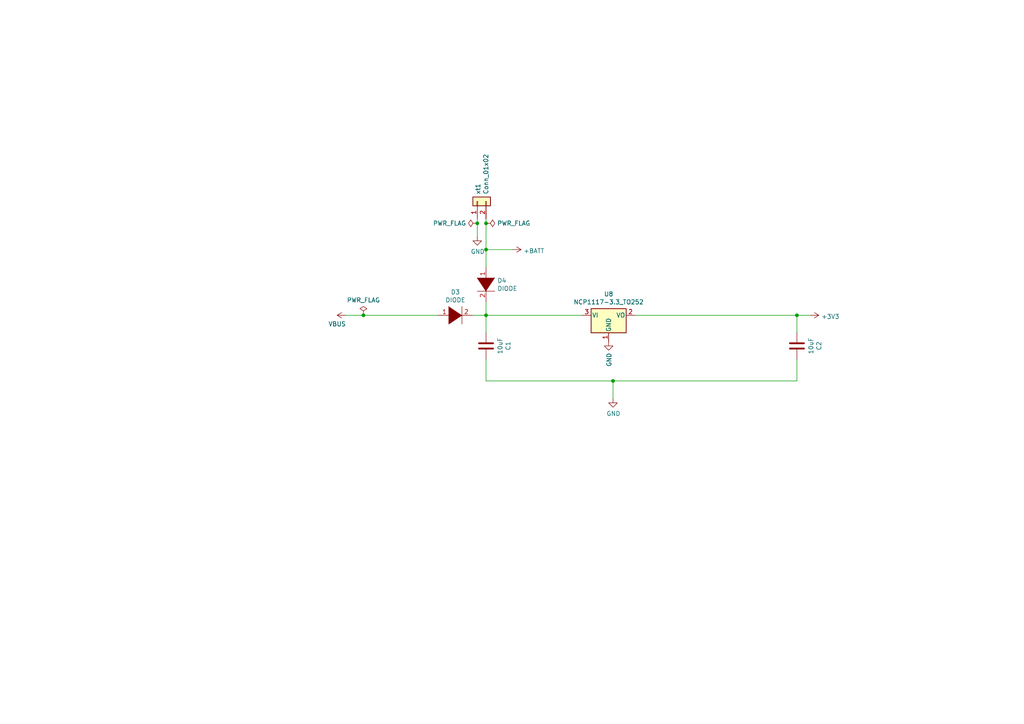
<source format=kicad_sch>
(kicad_sch (version 20211123) (generator eeschema)
  (paper "A4")
  (title_block (date "2020-07-12") (rev "1"))
  (lib_symbols
    (symbol "Connector_Generic:Conn_01x02" (pin_names (offset 1.016) hide)
      (property "Reference" "J" (at 0 2.54 0))
      (property "Value" "Connector_Generic_Conn_01x02" (at 0 -5.08 0))
      (symbol "Conn_01x02_1_1"
        (rectangle (start -1.27 -2.413) (end 0 -2.667) (stroke (width 0.1524)))
        (rectangle (start -1.27 0.127) (end 0 -0.127) (stroke (width 0.1524)))
        (rectangle (start -1.27 1.27) (end 1.27 -3.81) (stroke (width 0.254)) (fill (type background)))
        (pin passive line (at -5.08 0 0) (length 3.81) (name "Pin_1") (number "1"))
        (pin passive line (at -5.08 -2.54 0) (length 3.81) (name "Pin_2") (number "2"))
      )
    )
    (symbol "Device:C" (pin_numbers hide) (pin_names (offset 0.254))
      (property "Reference" "C" (at 0.635 2.54 0))
      (property "Value" "Device_C" (at 0.635 -2.54 0))
      (symbol "C_0_1"
        (polyline (pts (xy -2.032 -0.762) (xy 2.032 -0.762)) (stroke (width 0.508)))
        (polyline (pts (xy -2.032 0.762) (xy 2.032 0.762)) (stroke (width 0.508)))
      )
      (symbol "C_1_1"
        (pin passive line (at 0 3.81 270) (length 2.794) (name "~") (number "1"))
        (pin passive line (at 0 -3.81 90) (length 2.794) (name "~") (number "2"))
      )
    )
    (symbol "Regulator_Linear:NCP1117-3.3_TO252" (pin_names (offset 0.254))
      (property "Reference" "U" (at -3.81 3.175 0))
      (property "Value" "Regulator_Linear_NCP1117-3.3_TO252" (at 0 3.175 0))
      (symbol "NCP1117-3.3_TO252_0_1"
        (rectangle (start -5.08 1.905) (end 5.08 -5.08) (stroke (width 0.254)) (fill (type background)))
      )
      (symbol "NCP1117-3.3_TO252_1_1"
        (pin power_in line (at 0 -7.62 90) (length 2.54) (name "GND") (number "1"))
        (pin power_out line (at 7.62 0 180) (length 2.54) (name "VO") (number "2"))
        (pin power_in line (at -7.62 0 0) (length 2.54) (name "VI") (number "3"))
      )
    )
    (symbol "power:+3.3V" (power) (pin_names (offset 0))
      (property "Value" "power_+3.3V" (at 0 3.556 0))
      (symbol "+3.3V_0_1"
        (polyline (pts (xy -0.762 1.27) (xy 0 2.54)))
        (polyline (pts (xy 0 0) (xy 0 2.54)))
        (polyline (pts (xy 0 2.54) (xy 0.762 1.27)))
      )
      (symbol "+3.3V_1_1"
        (pin power_in line (at 0 0 90) (length 0) hide (name "+3V3") (number "1"))
      )
    )
    (symbol "power:+BATT" (power) (pin_names (offset 0))
      (property "Value" "power_+BATT" (at 0 3.556 0))
      (symbol "+BATT_0_1"
        (polyline (pts (xy -0.762 1.27) (xy 0 2.54)))
        (polyline (pts (xy 0 0) (xy 0 2.54)))
        (polyline (pts (xy 0 2.54) (xy 0.762 1.27)))
      )
      (symbol "+BATT_1_1"
        (pin power_in line (at 0 0 90) (length 0) hide (name "+BATT") (number "1"))
      )
    )
    (symbol "power:GND" (power) (pin_names (offset 0))
      (property "Value" "power_GND" (at 0 -3.81 0))
      (symbol "GND_0_1"
        (polyline (pts (xy 0 0) (xy 0 -1.27) (xy 1.27 -1.27) (xy 0 -2.54) (xy -1.27 -1.27) (xy 0 -1.27)))
      )
      (symbol "GND_1_1"
        (pin power_in line (at 0 0 270) (length 0) hide (name "GND") (number "1"))
      )
    )
    (symbol "power:PWR_FLAG" (power) (pin_numbers hide) (pin_names (offset 0) hide)
      (property "Value" "power_PWR_FLAG" (at 0 3.81 0))
      (symbol "PWR_FLAG_0_0"
        (pin power_out line (at 0 0 90) (length 0) (name "pwr") (number "1"))
      )
      (symbol "PWR_FLAG_0_1"
        (polyline (pts (xy 0 0) (xy 0 1.27) (xy -1.016 1.905) (xy 0 2.54) (xy 1.016 1.905) (xy 0 1.27)))
      )
    )
    (symbol "power:VBUS" (power) (pin_names (offset 0))
      (property "Value" "power_VBUS" (at 0 3.81 0))
      (symbol "VBUS_0_1"
        (polyline (pts (xy -0.762 1.27) (xy 0 2.54)))
        (polyline (pts (xy 0 0) (xy 0 2.54)))
        (polyline (pts (xy 0 2.54) (xy 0.762 1.27)))
      )
      (symbol "VBUS_1_1"
        (pin power_in line (at 0 0 90) (length 0) hide (name "VBUS") (number "1"))
      )
    )
    (symbol "pspice:DIODE" (pin_names (offset 1.016) hide)
      (property "Reference" "D" (at 0 3.81 0))
      (property "Value" "pspice_DIODE" (at 0 -4.445 0))
      (symbol "DIODE_0_1"
        (polyline (pts (xy 1.905 2.54) (xy 1.905 -2.54)))
        (polyline (pts (xy -1.905 2.54) (xy -1.905 -2.54) (xy 1.905 0)) (fill (type outline)))
      )
      (symbol "DIODE_1_1"
        (pin input line (at -5.08 0 0) (length 3.81) (name "K") (number "1"))
        (pin input line (at 5.08 0 180) (length 3.81) (name "A") (number "2"))
      )
    )
  )
  (junction (at 177.8 110.49))
  (junction (at 140.97 91.44))
  (junction (at 231.14 91.44))
  (junction (at 140.97 64.77))
  (junction (at 138.43 64.77))
  (junction (at 140.97 72.39))
  (junction (at 105.41 91.44))
  (wire (pts (xy 177.8 110.49) (xy 177.8 115.57)))
  (wire (pts (xy 100.33 91.44) (xy 105.41 91.44)))
  (wire (pts (xy 140.97 104.14) (xy 140.97 110.49)))
  (wire (pts (xy 140.97 72.39) (xy 140.97 64.77)))
  (wire (pts (xy 140.97 110.49) (xy 177.8 110.49)))
  (wire (pts (xy 140.97 91.44) (xy 168.91 91.44)))
  (wire (pts (xy 138.43 63.5) (xy 138.43 64.77)))
  (wire (pts (xy 231.14 91.44) (xy 231.14 96.52)))
  (wire (pts (xy 137.16 91.44) (xy 140.97 91.44)))
  (wire (pts (xy 140.97 77.47) (xy 140.97 72.39)))
  (wire (pts (xy 105.41 91.44) (xy 127 91.44)))
  (wire (pts (xy 138.43 64.77) (xy 138.43 68.58)))
  (wire (pts (xy 184.15 91.44) (xy 231.14 91.44)))
  (wire (pts (xy 140.97 91.44) (xy 140.97 87.63)))
  (wire (pts (xy 231.14 104.14) (xy 231.14 110.49)))
  (wire (pts (xy 140.97 63.5) (xy 140.97 64.77)))
  (wire (pts (xy 140.97 91.44) (xy 140.97 96.52)))
  (wire (pts (xy 231.14 91.44) (xy 234.95 91.44)))
  (wire (pts (xy 148.59 72.39) (xy 140.97 72.39)))
  (wire (pts (xy 177.8 110.49) (xy 231.14 110.49)))
  (symbol (lib_id "Connector_Generic:Conn_01x02") (at 138.43 58.42 90) (unit 1)
    (property "Reference" "xt1" (at 138.6332 56.388 0) (effects (justify left)))
    (property "Value" "Conn_01x02" (at 140.9446 56.388 0) (effects (justify left)))
    (property "Footprint" "Connector_AMASS:AMASS_XT30PW-M_1x02_P2.50mm_Horizontal" (effects hide))
  )
  (symbol (lib_id "power:GND") (at 177.8 115.57 0)
    (property "Reference" "#PWR064" (effects hide))
    (property "Value" "GND" (at 177.927 119.9642 0))
  )
  (symbol (lib_id "power:PWR_FLAG") (at 105.41 91.44 0)
    (property "Reference" "#FLG04" (effects hide))
    (property "Value" "PWR_FLAG" (at 105.41 87.0458 0))
  )
  (symbol (lib_id "power:GND") (at 138.43 68.58 0)
    (property "Reference" "#PWR063" (effects hide))
    (property "Value" "GND" (at 138.557 72.9742 0))
  )
  (symbol (lib_id "power:PWR_FLAG") (at 138.43 64.77 90) (unit 1)
    (property "Reference" "#FLG05" (effects hide))
    (property "Value" "PWR_FLAG" (at 135.2042 64.77 90) (effects (justify left)))
  )
  (symbol (lib_id "power:PWR_FLAG") (at 140.97 64.77 270) (unit 1)
    (property "Reference" "#FLG06" (effects hide))
    (property "Value" "PWR_FLAG" (at 144.1958 64.77 90) (effects (justify left)))
  )
  (symbol (lib_id "pspice:DIODE") (at 132.08 91.44 0)
    (property "Reference" "D3" (at 132.08 84.709 0))
    (property "Value" "DIODE" (at 132.08 87.0204 0))
    (property "Footprint" "Diode_SMD:D_0805_2012Metric_Pad1.15x1.40mm_HandSolder" (effects hide))
    (property "Datasheet" "https://www.digikey.com/product-detail/en/avx-corporation/SD0805S020S1R0/478-7800-1-ND/3749510" (effects hide))
  )
  (symbol (lib_id "pspice:DIODE") (at 140.97 82.55 270) (unit 1)
    (property "Reference" "D4" (at 144.2212 81.3816 90) (effects (justify left)))
    (property "Value" "DIODE" (at 144.2212 83.693 90) (effects (justify left)))
    (property "Footprint" "Diode_SMD:D_0805_2012Metric_Pad1.15x1.40mm_HandSolder" (effects hide))
    (property "Datasheet" "https://www.digikey.com/product-detail/en/avx-corporation/SD0805S020S1R0/478-7800-1-ND/3749510" (effects hide))
  )
  (symbol (lib_id "power:+BATT") (at 148.59 72.39 270) (unit 1)
    (property "Reference" "#PWR0101" (effects hide))
    (property "Value" "+BATT" (at 151.8412 72.771 90) (effects (justify left)))
  )
  (symbol (lib_id "power:+3.3V") (at 234.95 91.44 270) (unit 1)
    (property "Reference" "#PWR0115" (effects hide))
    (property "Value" "+3.3V" (at 238.2012 91.821 90) (effects (justify left)))
  )
  (symbol (lib_id "power:VBUS") (at 100.33 91.44 90)
    (property "Reference" "#PWR0116" (effects hide))
    (property "Value" "VBUS" (at 97.79 93.98 90))
  )
  (symbol (lib_id "power:GND") (at 176.53 99.06 0) (unit 1)
    (property "Reference" "#PWR0117" (effects hide))
    (property "Value" "GND" (at 176.657 102.3112 90) (effects (justify right)))
  )
  (symbol (lib_id "Device:C") (at 140.97 100.33 180)
    (property "Reference" "C1" (at 147.3708 100.33 90))
    (property "Value" "10uF" (at 145.0594 100.33 90))
    (property "Footprint" "Capacitor_SMD:C_0402_1005Metric" (effects hide))
  )
  (symbol (lib_id "Device:C") (at 231.14 100.33 180)
    (property "Reference" "C2" (at 237.5408 100.33 90))
    (property "Value" "10uF" (at 235.2294 100.33 90))
    (property "Footprint" "Capacitor_SMD:C_0402_1005Metric" (effects hide))
  )
  (symbol (lib_id "Regulator_Linear:NCP1117-3.3_TO252") (at 176.53 91.44 0) (unit 1)
    (property "Reference" "U8" (at 176.53 85.2932 0))
    (property "Value" "NCP1117-3.3_TO252" (at 176.53 87.6046 0))
    (property "Footprint" "Power:DPAK228P968X238-4N" (effects hide))
    (property "Datasheet" "http://www.onsemi.com/pub_link/Collateral/NCP1117-D.PDF" (effects hide))
  )
)
</source>
